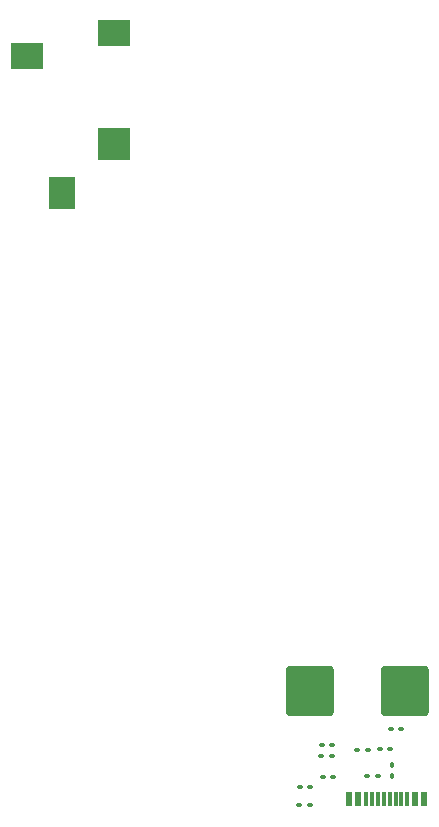
<source format=gbr>
%TF.GenerationSoftware,KiCad,Pcbnew,9.0.6*%
%TF.CreationDate,2025-12-07T23:37:28-06:00*%
%TF.ProjectId,Tony's MP3 Player,546f6e79-2773-4204-9d50-3320506c6179,rev?*%
%TF.SameCoordinates,Original*%
%TF.FileFunction,Paste,Bot*%
%TF.FilePolarity,Positive*%
%FSLAX46Y46*%
G04 Gerber Fmt 4.6, Leading zero omitted, Abs format (unit mm)*
G04 Created by KiCad (PCBNEW 9.0.6) date 2025-12-07 23:37:28*
%MOMM*%
%LPD*%
G01*
G04 APERTURE LIST*
G04 Aperture macros list*
%AMRoundRect*
0 Rectangle with rounded corners*
0 $1 Rounding radius*
0 $2 $3 $4 $5 $6 $7 $8 $9 X,Y pos of 4 corners*
0 Add a 4 corners polygon primitive as box body*
4,1,4,$2,$3,$4,$5,$6,$7,$8,$9,$2,$3,0*
0 Add four circle primitives for the rounded corners*
1,1,$1+$1,$2,$3*
1,1,$1+$1,$4,$5*
1,1,$1+$1,$6,$7*
1,1,$1+$1,$8,$9*
0 Add four rect primitives between the rounded corners*
20,1,$1+$1,$2,$3,$4,$5,0*
20,1,$1+$1,$4,$5,$6,$7,0*
20,1,$1+$1,$6,$7,$8,$9,0*
20,1,$1+$1,$8,$9,$2,$3,0*%
G04 Aperture macros list end*
%ADD10RoundRect,0.090000X-0.139000X-0.090000X0.139000X-0.090000X0.139000X0.090000X-0.139000X0.090000X0*%
%ADD11RoundRect,0.090000X0.139000X0.090000X-0.139000X0.090000X-0.139000X-0.090000X0.139000X-0.090000X0*%
%ADD12RoundRect,0.090000X0.090000X-0.139000X0.090000X0.139000X-0.090000X0.139000X-0.090000X-0.139000X0*%
%ADD13RoundRect,0.250001X1.762499X1.849999X-1.762499X1.849999X-1.762499X-1.849999X1.762499X-1.849999X0*%
%ADD14R,2.800000X2.200000*%
%ADD15R,2.800000X2.800000*%
%ADD16R,2.200000X2.800000*%
%ADD17R,0.600000X1.160000*%
%ADD18R,0.300000X1.160000*%
G04 APERTURE END LIST*
D10*
%TO.C,C31*%
X163190000Y-114000000D03*
X162325000Y-114000000D03*
%TD*%
%TO.C,R10k1*%
X163237500Y-112290000D03*
X164102500Y-112290000D03*
%TD*%
D11*
%TO.C,C29*%
X156382500Y-118740000D03*
X155517500Y-118740000D03*
%TD*%
%TO.C,C30*%
X155547500Y-117230000D03*
X156412500Y-117230000D03*
%TD*%
%TO.C,R4*%
X157380000Y-114550000D03*
X158245000Y-114550000D03*
%TD*%
D10*
%TO.C,R15*%
X161292500Y-114040000D03*
X160427500Y-114040000D03*
%TD*%
%TO.C,R2*%
X158292500Y-113660000D03*
X157427500Y-113660000D03*
%TD*%
D11*
%TO.C,R6*%
X157487500Y-116350000D03*
X158352500Y-116350000D03*
%TD*%
D12*
%TO.C,R3*%
X163380000Y-116240000D03*
X163380000Y-115375000D03*
%TD*%
D13*
%TO.C,Y1*%
X164462500Y-109080000D03*
X156437500Y-109080000D03*
%TD*%
D10*
%TO.C,R50*%
X161265000Y-116270000D03*
X162130000Y-116270000D03*
%TD*%
D14*
%TO.C,J2*%
X132450000Y-55349717D03*
X139850000Y-53349717D03*
D15*
X139850000Y-62749717D03*
D16*
X135400000Y-66949717D03*
%TD*%
D17*
%TO.C,J1*%
X165300000Y-118195000D03*
X166100000Y-118195000D03*
D18*
X164150000Y-118195000D03*
X163150000Y-118195000D03*
X162650000Y-118195000D03*
X161650000Y-118195000D03*
D17*
X160500000Y-118195000D03*
X159700000Y-118195000D03*
X159700000Y-118195000D03*
X160500000Y-118195000D03*
D18*
X161150000Y-118195000D03*
X162150000Y-118195000D03*
X163650000Y-118195000D03*
X164650000Y-118195000D03*
D17*
X165300000Y-118195000D03*
X166100000Y-118195000D03*
%TD*%
M02*

</source>
